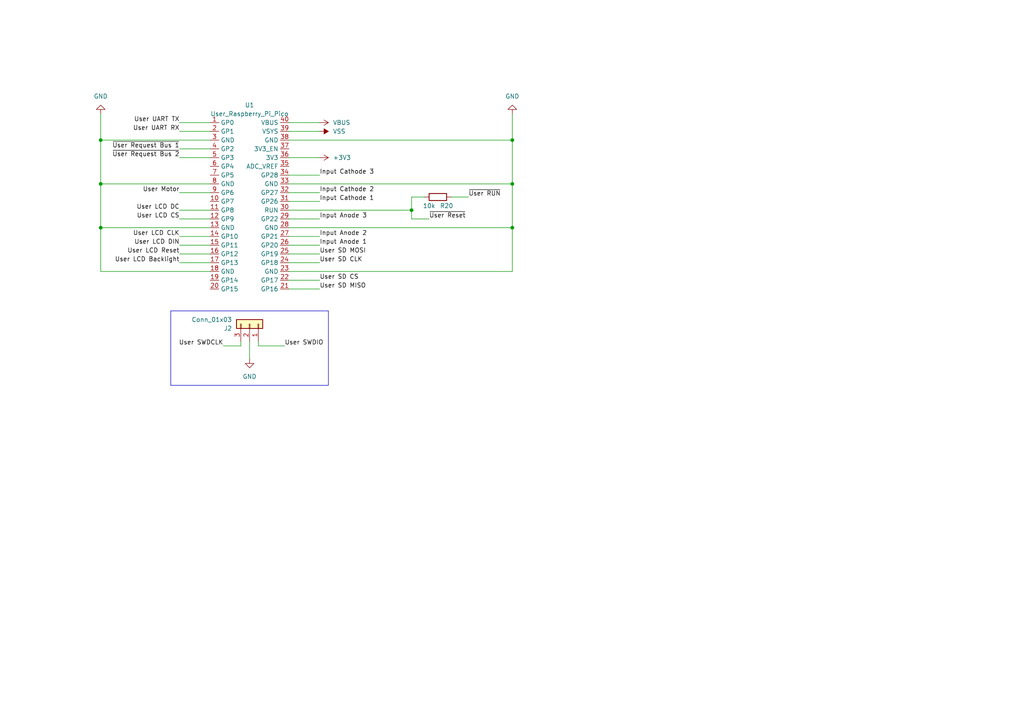
<source format=kicad_sch>
(kicad_sch (version 20230121) (generator eeschema)
  (paper "A4")
  (lib_symbols
    (symbol "Connector_Generic:Conn_01x03" (pin_names (offset 1.016) hide)
      (property "Reference" "J" (at 0 5.08 0))
      (property "Value" "Conn_01x03" (at 0 -5.08 0))
      (symbol "Conn_01x03_1_1"
        (rectangle (start -1.27 -2.413) (end 0 -2.667) (stroke (width 0.1524)))
        (rectangle (start -1.27 0.127) (end 0 -0.127) (stroke (width 0.1524)))
        (rectangle (start -1.27 2.667) (end 0 2.413) (stroke (width 0.1524)))
        (rectangle (start -1.27 3.81) (end 1.27 -3.81) (stroke (width 0.254)) (fill (type background)))
        (pin passive line (at -5.08 2.54 0) (length 3.81) (name "Pin_1") (number "1"))
        (pin passive line (at -5.08 0 0) (length 3.81) (name "Pin_2") (number "2"))
        (pin passive line (at -5.08 -2.54 0) (length 3.81) (name "Pin_3") (number "3"))
      )
    )
    (symbol "Device:R" (pin_numbers hide) (pin_names (offset 0))
      (property "Reference" "R" (at 2.032 0 90))
      (property "Value" "R" (at 0 0 90))
      (symbol "R_0_1"
        (rectangle (start -1.016 -2.54) (end 1.016 2.54) (stroke (width 0.254)))
      )
      (symbol "R_1_1"
        (pin passive line (at 0 3.81 270) (length 1.27) (name "~") (number "1"))
        (pin passive line (at 0 -3.81 90) (length 1.27) (name "~") (number "2"))
      )
    )
    (symbol "PICOnsole:Raspberry_Pi_Pico"
      (property "Reference" "U?" (at 0 -39.37 0))
      (property "Value" "Raspberry_Pi_Pico" (at 0 13.97 0))
      (symbol "Raspberry_Pi_Pico_0_0"
        (pin bidirectional line (at -11.43 11.43 0) (length 2.54) (name "GP0") (number "1"))
        (pin bidirectional line (at -11.43 -11.43 0) (length 2.54) (name "GP7") (number "10"))
        (pin bidirectional line (at -11.43 -13.97 0) (length 2.54) (name "GP8") (number "11"))
        (pin bidirectional line (at -11.43 -16.51 0) (length 2.54) (name "GP9") (number "12"))
        (pin power_in line (at -11.43 -19.05 0) (length 2.54) (name "GND") (number "13"))
        (pin bidirectional line (at -11.43 -21.59 0) (length 2.54) (name "GP10") (number "14"))
        (pin bidirectional line (at -11.43 -24.13 0) (length 2.54) (name "GP11") (number "15"))
        (pin bidirectional line (at -11.43 -26.67 0) (length 2.54) (name "GP12") (number "16"))
        (pin bidirectional line (at -11.43 -29.21 0) (length 2.54) (name "GP13") (number "17"))
        (pin power_in line (at -11.43 -31.75 0) (length 2.54) (name "GND") (number "18"))
        (pin bidirectional line (at -11.43 -34.29 0) (length 2.54) (name "GP14") (number "19"))
        (pin bidirectional line (at -11.43 8.89 0) (length 2.54) (name "GP1") (number "2"))
        (pin bidirectional line (at -11.43 -36.83 0) (length 2.54) (name "GP15") (number "20"))
        (pin bidirectional line (at 11.43 -36.83 180) (length 2.54) (name "GP16") (number "21"))
        (pin bidirectional line (at 11.43 -34.29 180) (length 2.54) (name "GP17") (number "22"))
        (pin power_in line (at 11.43 -31.75 180) (length 2.54) (name "GND") (number "23"))
        (pin bidirectional line (at 11.43 -29.21 180) (length 2.54) (name "GP18") (number "24"))
        (pin bidirectional line (at 11.43 -26.67 180) (length 2.54) (name "GP19") (number "25"))
        (pin bidirectional line (at 11.43 -24.13 180) (length 2.54) (name "GP20") (number "26"))
        (pin bidirectional line (at 11.43 -21.59 180) (length 2.54) (name "GP21") (number "27"))
        (pin power_in line (at 11.43 -19.05 180) (length 2.54) (name "GND") (number "28"))
        (pin bidirectional line (at 11.43 -16.51 180) (length 2.54) (name "GP22") (number "29"))
        (pin power_in line (at -11.43 6.35 0) (length 2.54) (name "GND") (number "3"))
        (pin input line (at 11.43 -13.97 180) (length 2.54) (name "RUN") (number "30"))
        (pin bidirectional line (at 11.43 -11.43 180) (length 2.54) (name "GP26") (number "31"))
        (pin bidirectional line (at 11.43 -8.89 180) (length 2.54) (name "GP27") (number "32"))
        (pin power_in line (at 11.43 -6.35 180) (length 2.54) (name "GND") (number "33"))
        (pin bidirectional line (at 11.43 -3.81 180) (length 2.54) (name "GP28") (number "34"))
        (pin output line (at 11.43 -1.27 180) (length 2.54) (name "ADC_VREF") (number "35"))
        (pin power_out line (at 11.43 1.27 180) (length 2.54) (name "3V3") (number "36"))
        (pin input line (at 11.43 3.81 180) (length 2.54) (name "3V3_EN") (number "37"))
        (pin power_in line (at 11.43 6.35 180) (length 2.54) (name "GND") (number "38"))
        (pin power_out line (at 11.43 8.89 180) (length 2.54) (name "VSYS") (number "39"))
        (pin bidirectional line (at -11.43 3.81 0) (length 2.54) (name "GP2") (number "4"))
        (pin power_in line (at 11.43 11.43 180) (length 2.54) (name "VBUS") (number "40"))
        (pin bidirectional line (at -11.43 1.27 0) (length 2.54) (name "GP3") (number "5"))
        (pin bidirectional line (at -11.43 -1.27 0) (length 2.54) (name "GP4") (number "6"))
        (pin bidirectional line (at -11.43 -3.81 0) (length 2.54) (name "GP5") (number "7"))
        (pin power_in line (at -11.43 -6.35 0) (length 2.54) (name "GND") (number "8"))
        (pin bidirectional line (at -11.43 -8.89 0) (length 2.54) (name "GP6") (number "9"))
      )
    )
    (symbol "power:+3.3V" (power) (pin_names (offset 0))
      (property "Value" "+3.3V" (at 0 3.556 0))
      (symbol "+3.3V_0_1"
        (polyline (pts (xy -0.762 1.27) (xy 0 2.54)))
        (polyline (pts (xy 0 0) (xy 0 2.54)))
        (polyline (pts (xy 0 2.54) (xy 0.762 1.27)))
      )
      (symbol "+3.3V_1_1"
        (pin power_in line (at 0 0 90) (length 0) hide (name "+3V3") (number "1"))
      )
    )
    (symbol "power:GND" (power) (pin_names (offset 0))
      (property "Value" "GND" (at 0 -3.81 0))
      (symbol "GND_0_1"
        (polyline (pts (xy 0 0) (xy 0 -1.27) (xy 1.27 -1.27) (xy 0 -2.54) (xy -1.27 -1.27) (xy 0 -1.27)))
      )
      (symbol "GND_1_1"
        (pin power_in line (at 0 0 270) (length 0) hide (name "GND") (number "1"))
      )
    )
    (symbol "power:VBUS" (power) (pin_names (offset 0))
      (property "Value" "VBUS" (at 0 3.81 0))
      (symbol "VBUS_0_1"
        (polyline (pts (xy -0.762 1.27) (xy 0 2.54)))
        (polyline (pts (xy 0 0) (xy 0 2.54)))
        (polyline (pts (xy 0 2.54) (xy 0.762 1.27)))
      )
      (symbol "VBUS_1_1"
        (pin power_in line (at 0 0 90) (length 0) hide (name "VBUS") (number "1"))
      )
    )
    (symbol "power:VSS" (power) (pin_names (offset 0))
      (property "Value" "VSS" (at 0 3.81 0))
      (symbol "VSS_0_1"
        (polyline (pts (xy 0 0) (xy 0 2.54)))
        (polyline (pts (xy 0.762 1.27) (xy -0.762 1.27) (xy 0 2.54) (xy 0.762 1.27)) (fill (type outline)))
      )
      (symbol "VSS_1_1"
        (pin power_in line (at 0 0 90) (length 0) hide (name "VSS") (number "1"))
      )
    )
  )
  (junction (at 29.21 53.34))
  (junction (at 29.21 66.04))
  (junction (at 148.59 40.64))
  (junction (at 119.38 60.96))
  (junction (at 29.21 40.64))
  (junction (at 148.59 66.04))
  (junction (at 148.59 53.34))
  (wire (pts (xy 29.21 33.02) (xy 29.21 40.64)))
  (wire (pts (xy 52.07 45.72) (xy 60.96 45.72)))
  (wire (pts (xy 72.39 104.14) (xy 72.39 99.06)))
  (wire (pts (xy 82.55 100.33) (xy 74.93 100.33)))
  (wire (pts (xy 83.82 83.82) (xy 92.71 83.82)))
  (wire (pts (xy 83.82 73.66) (xy 92.71 73.66)))
  (wire (pts (xy 52.07 68.58) (xy 60.96 68.58)))
  (wire (pts (xy 29.21 78.74) (xy 60.96 78.74)))
  (wire (pts (xy 52.07 60.96) (xy 60.96 60.96)))
  (wire (pts (xy 92.71 55.88) (xy 83.82 55.88)))
  (wire (pts (xy 124.46 63.5) (xy 119.38 63.5)))
  (wire (pts (xy 123.19 57.15) (xy 119.38 57.15)))
  (wire (pts (xy 29.21 40.64) (xy 60.96 40.64)))
  (wire (pts (xy 92.71 58.42) (xy 83.82 58.42)))
  (wire (pts (xy 148.59 66.04) (xy 148.59 53.34)))
  (wire (pts (xy 130.81 57.15) (xy 135.89 57.15)))
  (wire (pts (xy 52.07 35.56) (xy 60.96 35.56)))
  (wire (pts (xy 83.82 76.2) (xy 92.71 76.2)))
  (wire (pts (xy 148.59 53.34) (xy 148.59 40.64)))
  (wire (pts (xy 83.82 35.56) (xy 92.71 35.56)))
  (wire (pts (xy 119.38 63.5) (xy 119.38 60.96)))
  (wire (pts (xy 83.82 38.1) (xy 92.71 38.1)))
  (wire (pts (xy 29.21 66.04) (xy 60.96 66.04)))
  (wire (pts (xy 52.07 71.12) (xy 60.96 71.12)))
  (wire (pts (xy 52.07 43.18) (xy 60.96 43.18)))
  (wire (pts (xy 83.82 66.04) (xy 148.59 66.04)))
  (wire (pts (xy 29.21 40.64) (xy 29.21 53.34)))
  (wire (pts (xy 83.82 53.34) (xy 148.59 53.34)))
  (wire (pts (xy 83.82 68.58) (xy 92.71 68.58)))
  (wire (pts (xy 29.21 53.34) (xy 60.96 53.34)))
  (wire (pts (xy 83.82 71.12) (xy 92.71 71.12)))
  (wire (pts (xy 52.07 63.5) (xy 60.96 63.5)))
  (wire (pts (xy 83.82 45.72) (xy 92.71 45.72)))
  (wire (pts (xy 29.21 53.34) (xy 29.21 66.04)))
  (wire (pts (xy 83.82 81.28) (xy 92.71 81.28)))
  (wire (pts (xy 52.07 76.2) (xy 60.96 76.2)))
  (wire (pts (xy 148.59 78.74) (xy 148.59 66.04)))
  (wire (pts (xy 64.77 100.33) (xy 69.85 100.33)))
  (wire (pts (xy 29.21 66.04) (xy 29.21 78.74)))
  (wire (pts (xy 74.93 100.33) (xy 74.93 99.06)))
  (wire (pts (xy 148.59 40.64) (xy 148.59 33.02)))
  (wire (pts (xy 52.07 55.88) (xy 60.96 55.88)))
  (wire (pts (xy 83.82 60.96) (xy 119.38 60.96)))
  (wire (pts (xy 52.07 38.1) (xy 60.96 38.1)))
  (wire (pts (xy 83.82 40.64) (xy 148.59 40.64)))
  (wire (pts (xy 52.07 73.66) (xy 60.96 73.66)))
  (wire (pts (xy 83.82 78.74) (xy 148.59 78.74)))
  (wire (pts (xy 83.82 63.5) (xy 92.71 63.5)))
  (wire (pts (xy 92.71 50.8) (xy 83.82 50.8)))
  (wire (pts (xy 119.38 60.96) (xy 119.38 57.15)))
  (wire (pts (xy 69.85 100.33) (xy 69.85 99.06)))
  (rectangle (start 49.53 90.17) (end 95.25 111.76))
  (label "User LCD Backlight" (at 52.07 76.2 180))
  (label "User SD MISO" (at 92.71 83.82 0))
  (label "User LCD CS" (at 52.07 63.5 180))
  (label "User LCD Reset" (at 52.07 73.66 180))
  (label "Input Anode 1" (at 92.71 71.12 0))
  (label "Input Anode 3" (at 92.71 63.5 0))
  (label "~{User RUN}" (at 135.89 57.15 0))
  (label "User SWDCLK" (at 64.77 100.33 180))
  (label "~{User Request Bus 2}" (at 52.07 45.72 180))
  (label "User SD MOSI" (at 92.71 73.66 0))
  (label "Input Cathode 3" (at 92.71 50.8 0))
  (label "User Motor" (at 52.07 55.88 180))
  (label "User SWDIO" (at 82.55 100.33 0))
  (label "Input Cathode 1" (at 92.71 58.42 0))
  (label "User LCD DC" (at 52.07 60.96 180))
  (label "User LCD CLK" (at 52.07 68.58 180))
  (label "Input Anode 2" (at 92.71 68.58 0))
  (label "User SD CLK" (at 92.71 76.2 0))
  (label "~{User Reset}" (at 124.46 63.5 0))
  (label "User LCD DIN" (at 52.07 71.12 180))
  (label "User SD CS" (at 92.71 81.28 0))
  (label "~{User Request Bus 1}" (at 52.07 43.18 180))
  (label "Input Cathode 2" (at 92.71 55.88 0))
  (label "User UART RX" (at 52.07 38.1 180))
  (label "User UART TX" (at 52.07 35.56 180))
  (symbol (lib_id "power:GND") (at 148.59 33.02 180) (unit 1)
    (property "Reference" "#PWR0111" (effects hide))
    (property "Value" "GND" (at 148.59 27.94 0))
    (instances (project "PICOnsole" (path "" (reference "#PWR0111") (unit 1)) (path "" (reference "#PWR023") (unit 1)) (path "" (reference "#PWR023") (unit 1)) (path "" (reference "#PWR038") (unit 1))))
  )
  (symbol (lib_id "Device:R") (at 127 57.15 270) (unit 1)
    (property "Reference" "R20" (at 129.54 59.69 90))
    (property "Value" "10k" (at 124.46 59.69 90))
    (property "Footprint" "Resistor_SMD:R_0805_2012Metric" (effects hide))
    (instances (project "PICOnsole" (path "" (reference "R20") (unit 1)) (path "" (reference "R21") (unit 1)) (path "" (reference "R22") (unit 1))))
  )
  (symbol (lib_id "power:VBUS") (at 92.71 35.56 270) (unit 1)
    (property "Reference" "#PWR0110" (effects hide))
    (property "Value" "VBUS" (at 96.52 35.5599 90) (effects (justify left)))
    (instances (project "PICOnsole" (path "" (reference "#PWR0110") (unit 1)) (path "" (reference "#PWR020") (unit 1)) (path "" (reference "#PWR020") (unit 1)) (path "" (reference "#PWR035") (unit 1))))
  )
  (symbol (lib_id "power:GND") (at 72.39 104.14 0) (mirror y) (unit 1)
    (property "Reference" "#PWR0111" (effects hide))
    (property "Value" "GND" (at 72.39 109.22 0))
    (instances (project "PICOnsole" (path "" (reference "#PWR0111") (unit 1)) (path "" (reference "#PWR023") (unit 1)) (path "" (reference "#PWR023") (unit 1)) (path "" (reference "#PWR039") (unit 1))))
  )
  (symbol (lib_id "power:+3.3V") (at 92.71 45.72 270) (unit 1)
    (property "Reference" "#PWR0120" (effects hide))
    (property "Value" "+3.3V" (at 96.52 45.7199 90) (effects (justify left)))
    (instances (project "PICOnsole" (path "" (reference "#PWR0120") (unit 1)) (path "" (reference "#PWR022") (unit 1)) (path "" (reference "#PWR022") (unit 1)) (path "" (reference "#PWR037") (unit 1))))
  )
  (symbol (lib_id "power:VSS") (at 92.71 38.1 270) (unit 1)
    (property "Reference" "#PWR0106" (effects hide))
    (property "Value" "VSS" (at 96.52 38.1 90) (effects (justify left)))
    (instances (project "PICOnsole" (path "" (reference "#PWR0106") (unit 1)) (path "" (reference "#PWR021") (unit 1)) (path "" (reference "#PWR021") (unit 1)) (path "" (reference "#PWR036") (unit 1))))
  )
  (symbol (lib_id "PICOnsole:Raspberry_Pi_Pico") (at 72.39 46.99 0) (unit 1)
    (property "Reference" "U1" (at 72.39 30.48 0))
    (property "Value" "User_Raspberry_Pi_Pico" (at 72.39 33.02 0))
    (property "Footprint" "PICOnsole:Raspberry_Pi_Pico" (effects hide))
    (instances (project "PICOnsole" (path "" (reference "U1") (unit 1)) (path "" (reference "U1") (unit 1)) (path "" (reference "U1") (unit 1)) (path "" (reference "U8") (unit 1))))
  )
  (symbol (lib_id "Connector_Generic:Conn_01x03") (at 72.39 93.98 270) (mirror x) (unit 1)
    (property "Reference" "J2" (at 67.31 95.25 90) (effects (justify right)))
    (property "Value" "Conn_01x03" (at 67.31 92.71 90) (effects (justify right)))
    (property "Footprint" "Connector_PinHeader_2.54mm:PinHeader_1x03_P2.54mm_Vertical" (effects hide))
    (instances (project "PICOnsole" (path "" (reference "J2") (unit 1)) (path "" (reference "J3") (unit 1))))
  )
  (symbol (lib_id "power:GND") (at 29.21 33.02 180) (unit 1)
    (property "Reference" "#PWR0105" (effects hide))
    (property "Value" "GND" (at 29.21 27.94 0))
    (instances (project "PICOnsole" (path "" (reference "#PWR0105") (unit 1)) (path "" (reference "#PWR019") (unit 1)) (path "" (reference "#PWR019") (unit 1)) (path "" (reference "#PWR034") (unit 1))))
  )
)
</source>
